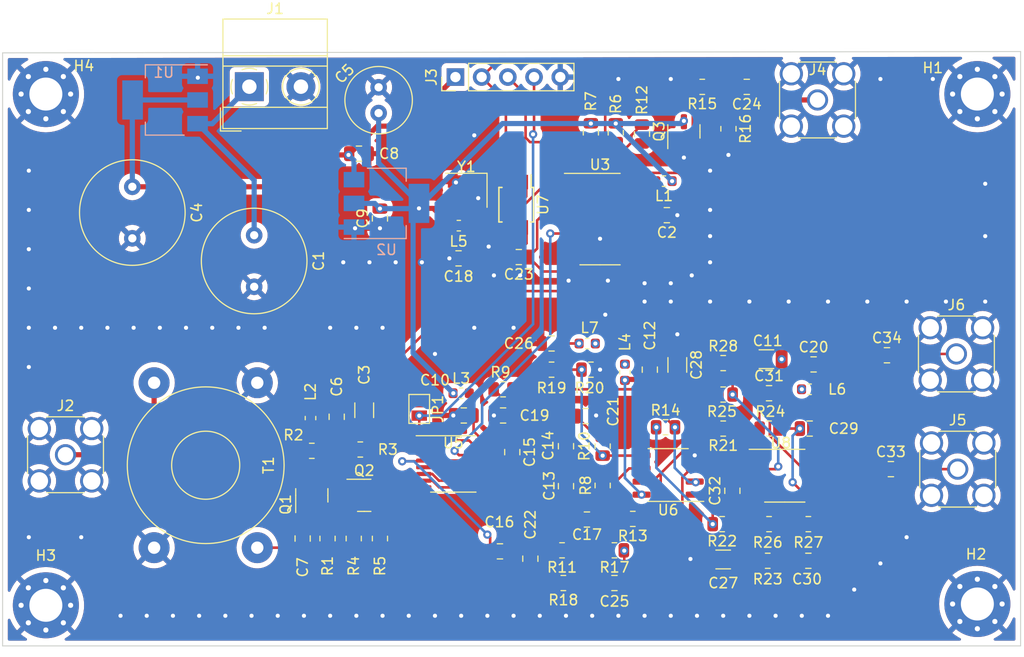
<source format=kicad_pcb>
(kicad_pcb (version 20211014) (generator pcbnew)
  (layers (0 "F.Cu" signal) (1 "In1.Cu" power) (2 "In2.Cu" signal) (31 "B.Cu" power) (34 "B.Paste" user) (35 "F.Paste" user) (36 "B.SilkS" user "B.Silkscreen") (37 "F.SilkS" user "F.Silkscreen") (38 "B.Mask" user) (39 "F.Mask" user) (44 "Edge.Cuts" user))
  (net 0 "")
  (net 1 "GND")
  (net 2 "Net-(C3-Pad2)")
  (net 3 "Net-(C2-Pad2)")
  (net 4 "+5V")
  (net 5 "+3V3")
  (net 6 "Net-(C7-Pad1)")
  (net 7 "Net-(C7-Pad2)")
  (net 8 "+12V")
  (net 9 "Net-(C13-Pad1)")
  (net 10 "Net-(C13-Pad2)")
  (net 11 "Net-(C14-Pad1)")
  (net 12 "Net-(C14-Pad2)")
  (net 13 "Net-(C15-Pad1)")
  (net 14 "Net-(C15-Pad2)")
  (net 15 "Net-(C16-Pad1)")
  (net 16 "Net-(C16-Pad2)")
  (net 17 "Clock")
  (net 18 "Net-(C10-Pad2)")
  (net 19 "Net-(C23-Pad2)")
  (net 20 "+12C")
  (net 21 "Net-(C27-Pad2)")
  (net 22 "Net-(C28-Pad2)")
  (net 23 "Net-(C29-Pad2)")
  (net 24 "Net-(C18-Pad2)")
  (net 25 "Net-(C30-Pad2)")
  (net 26 "Net-(C31-Pad1)")
  (net 27 "Net-(C31-Pad2)")
  (net 28 "Net-(C32-Pad2)")
  (net 29 "Net-(C33-Pad2)")
  (net 30 "Net-(J2-Pad1)")
  (net 31 "SDA")
  (net 32 "SCL")
  (net 33 "RX-TX")
  (net 34 "Net-(C24-Pad1)")
  (net 35 "Net-(C32-Pad1)")
  (net 36 "Net-(Q1-Pad2)")
  (net 37 "Net-(Q1-Pad3)")
  (net 38 "Net-(Q2-Pad2)")
  (net 39 "Net-(R12-Pad2)")
  (net 40 "Net-(R13-Pad2)")
  (net 41 "Net-(R10-Pad1)")
  (net 42 "Net-(R11-Pad1)")
  (net 43 "Net-(C34-Pad2)")
  (net 44 "Net-(R13-Pad1)")
  (net 45 "Net-(Q3-Pad1)")
  (net 46 "Net-(Q3-Pad2)")
  (net 47 "Net-(U3-Pad2)")
  (net 48 "Net-(U3-Pad5)")
  (net 49 "Net-(U3-Pad12)")
  (net 50 "Net-(U3-Pad8)")
  (net 51 "Net-(R14-Pad2)")
  (net 52 "Net-(R14-Pad1)")
  (net 53 "Net-(R23-Pad2)")
  (net 54 "+12P")
  (net 55 "Net-(C24-Pad2)")
  (net 56 "Net-(C25-Pad2)")
  (net 57 "Net-(R25-Pad2)")
  (net 58 "Net-(U7-Pad2)")
  (net 59 "Net-(U7-Pad3)")
  (footprint "Capacitor_SMD:C_0805_2012Metric" (layer "F.Cu") (at 53.213 110.617 90)
    (fp_text reference "C7")
    (fp_text value "C")
  )
  (footprint "Resistor_SMD:R_0805_2012Metric" (layer "F.Cu") (at 77.343 94.234)
    (fp_text reference "R19")
    (fp_text value "10k")
  )
  (footprint "Capacitor_SMD:C_1206_3216Metric" (layer "F.Cu") (at 98.171 93.218 180)
    (fp_text reference "C11")
    (fp_text value "10u")
  )
  (footprint "Capacitor_SMD:C_1206_3216Metric" (layer "F.Cu") (at 59.182 98.171 -90)
    (fp_text reference "C3")
    (fp_text value "10u")
  )
  (footprint "Package_TO_SOT_SMD:SOT-23" (layer "F.Cu") (at 90.17 71.12 90)
    (fp_text reference "Q3")
    (fp_text value "BFR92")
  )
  (footprint "Resistor_SMD:R_0805_2012Metric" (layer "F.Cu") (at 58.801 101.981)
    (fp_text reference "R3")
    (fp_text value "510")
  )
  (footprint "Resistor_SMD:R_0805_2012Metric" (layer "F.Cu") (at 78.486 114.935 180)
    (fp_text reference "R18")
    (fp_text value "10k")
  )
  (footprint "Capacitor_SMD:C_0805_2012Metric" (layer "F.Cu") (at 68.834 98.679)
    (fp_text reference "C10")
    (fp_text value "100n")
  )
  (footprint "Capacitor_SMD:C_0805_2012Metric" (layer "F.Cu") (at 102.743 93.726)
    (fp_text reference "C20")
    (fp_text value "100n")
  )
  (footprint "Capacitor_SMD:C_0805_2012Metric" (layer "F.Cu") (at 98.425 96.52)
    (fp_text reference "C31")
    (fp_text value "68p")
  )
  (footprint "Capacitor_SMD:C_0805_2012Metric" (layer "F.Cu") (at 88.519 79.248 180)
    (fp_text reference "C2")
    (fp_text value "100n")
  )
  (footprint "Package_SO:MSOP-10_3x3mm_P0.5mm" (layer "F.Cu") (at 73.914 78.232 -90)
    (fp_text reference "U7")
    (fp_text value "Si5351A-B-GT")
  )
  (footprint "Package_TO_SOT_SMD:SOT-23" (layer "F.Cu") (at 54.102 106.426 90)
    (fp_text reference "Q1")
    (fp_text value "2N3904_SOT23")
  )
  (footprint "Connector_Coaxial:SMA_Amphenol_132134_Vertical" (layer "F.Cu") (at 116.586 92.71)
    (fp_text reference "J6")
    (fp_text value "Q")
  )
  (footprint "MountingHole:MountingHole_3.2mm_M3_Pad_Via" (layer "F.Cu") (at 118.618 67.5)
    (fp_text reference "H1")
    (fp_text value " ")
  )
  (footprint "Capacitor_SMD:C_0805_2012Metric" (layer "F.Cu") (at 68.326 83.439)
    (fp_text reference "C18")
    (fp_text value "100n")
  )
  (footprint "Inductor_SMD:L_0603_1608Metric" (layer "F.Cu") (at 102.362 96.139)
    (fp_text reference "L6")
    (fp_text value "L")
  )
  (footprint "Capacitor_SMD:C_0805_2012Metric" (layer "F.Cu") (at 73.533 102.235 -90)
    (fp_text reference "C15")
    (fp_text value "10n")
  )
  (footprint "Jumper:SolderJumper-2_P1.3mm_Open_Pad1.0x1.5mm" (layer "F.Cu") (at 64.516 98.044 -90)
    (fp_text reference "JP1")
    (fp_text value "RX")
  )
  (footprint "Capacitor_SMD:C_0805_2012Metric" (layer "F.Cu") (at 80.645 98.74 180)
    (fp_text reference "C21")
    (fp_text value "10n")
  )
  (footprint "Capacitor_SMD:C_1206_3216Metric" (layer "F.Cu") (at 89.535 93.775 -90)
    (fp_text reference "C28")
    (fp_text value "10u")
  )
  (footprint "Capacitor_SMD:C_0805_2012Metric" (layer "F.Cu") (at 58.674 73.279 180)
    (fp_text reference "C8")
    (fp_text value "100n")
  )
  (footprint "Resistor_SMD:R_0805_2012Metric" (layer "F.Cu") (at 93.8765 109.22 180)
    (fp_text reference "R22")
    (fp_text value "5.1k")
  )
  (footprint "Resistor_SMD:R_0805_2012Metric" (layer "F.Cu") (at 98.425 99.949 180)
    (fp_text reference "R24")
    (fp_text value "5.1k")
  )
  (footprint "Connector_Coaxial:SMA_Amphenol_132134_Vertical" (layer "F.Cu") (at 103.124 68.072)
    (fp_text reference "J4")
    (fp_text value "Clock out")
  )
  (footprint "Resistor_SMD:R_0805_2012Metric" (layer "F.Cu") (at 81.153 71.247 -90)
    (fp_text reference "R7")
    (fp_text value "2k2")
  )
  (footprint "Capacitor_SMD:C_0805_2012Metric" (layer "F.Cu") (at 83.439 114.935)
    (fp_text reference "C25")
    (fp_text value "100n")
  )
  (footprint "Resistor_SMD:R_0805_2012Metric" (layer "F.Cu") (at 85.217 108.712 180)
    (fp_text reference "R13")
    (fp_text value "2k")
  )
  (footprint "Inductor_SMD:L_0603_1608Metric" (layer "F.Cu") (at 84.455 94.488 -90)
    (fp_text reference "L4")
    (fp_text value "L")
  )
  (footprint "Inductor_SMD:L_0603_1608Metric" (layer "F.Cu") (at 80.8 91.7 180)
    (fp_text reference "L7")
    (fp_text value "L")
  )
  (footprint "Capacitor_SMD:C_0805_2012Metric" (layer "F.Cu") (at 78.74 105.537 -90)
    (fp_text reference "C13")
    (fp_text value "10n")
  )
  (footprint "Resistor_SMD:R_0805_2012Metric" (layer "F.Cu") (at 82.296 101.661 90)
    (fp_text reference "R10")
    (fp_text value "100")
  )
  (footprint "Connector_Coaxial:SMA_Amphenol_132134_Vertical" (layer "F.Cu") (at 30.226 102.489)
    (fp_text reference "J2")
    (fp_text value "Conn_Coaxial")
  )
  (footprint "Resistor_SMD:R_0805_2012Metric" (layer "F.Cu") (at 102.235 109.22)
    (fp_text reference "R27")
    (fp_text value "5.1k")
  )
  (footprint "Connector_Coaxial:SMA_Amphenol_132134_Vertical" (layer "F.Cu") (at 116.713 103.886)
    (fp_text reference "J5")
    (fp_text value "I")
  )
  (footprint "Resistor_SMD:R_0805_2012Metric" (layer "F.Cu") (at 86.106 71.374 90)
    (fp_text reference "R12")
    (fp_text value "1k")
  )
  (footprint "Resistor_SMD:R_0805_2012Metric" (layer "F.Cu") (at 94.488 70.866 -90)
    (fp_text reference "R16")
    (fp_text value "68")
  )
  (footprint "Capacitor_SMD:C_0805_2012Metric" (layer "F.Cu") (at 109.855 92.837)
    (fp_text reference "C34")
    (fp_text value "10n")
  )
  (footprint "Resistor_SMD:R_0805_2012Metric" (layer "F.Cu") (at 93.98 96.647)
    (fp_text reference "R25")
    (fp_text value "5.1k")
  )
  (footprint "Resistor_SMD:R_0805_2012Metric" (layer "F.Cu") (at 93.98 93.599)
    (fp_text reference "R28")
    (fp_text value "5.1k")
  )
  (footprint "Resistor_SMD:R_0805_2012Metric" (layer "F.Cu") (at 98.298 112.776)
    (fp_text reference "R23")
    (fp_text value "5.1k")
  )
  (footprint "Capacitor_SMD:C_0805_2012Metric" (layer "F.Cu") (at 80.772 108.773)
    (fp_text reference "C17")
    (fp_text value "10n")
  )
  (footprint "Inductor_SMD:L_0603_1608Metric" (layer "F.Cu") (at 53.975 98.933 -90)
    (fp_text reference "L2")
    (fp_text value "L")
  )
  (footprint "Capacitor_SMD:C_0805_2012Metric" (layer "F.Cu") (at 75.2856 112.5728 90)
    (fp_text reference "C22")
    (fp_text value "10n")
  )
  (footprint "Capacitor_THT:C_Radial_D6.3mm_H5.0mm_P2.50mm" (layer "F.Cu") (at 60.579 69.342 90)
    (fp_text reference "C5")
    (fp_text value "10u")
  )
  (footprint "MountingHole:MountingHole_3.2mm_M3_Pad_Via" (layer "F.Cu") (at 28.321 67.5)
    (fp_text reference "H4")
    (fp_text value " ")
  )
  (footprint "Package_SO:TSSOP-16_4.4x5mm_P0.65mm" (layer "F.Cu") (at 67.818 103.378)
    (fp_text reference "U5")
    (fp_text value "SN74CBT3253")
  )
  (footprint "Package_SO:SO-14_3.9x8.65mm_P1.27mm" (layer "F.Cu") (at 82.042 79.629)
    (fp_text reference "U3")
    (fp_text value "74HC74")
  )
  (footprint "Resistor_SMD:R_0805_2012Metric" (layer "F.Cu") (at 54.102 102.108)
    (fp_text reference "R2")
    (fp_text value "390")
  )
  (footprint "Resistor_SMD:R_0805_2012Metric" (layer "F.Cu") (at 78.359 111.76 180)
    (fp_text reference "R11")
    (fp_text value "100")
  )
  (footprint "Resistor_SMD:R_0805_2012Metric" (layer "F.Cu") (at 98.425 109.22 180)
    (fp_text reference "R26")
    (fp_text value "5.1k")
  )
  (footprint "TerminalBlock_MetzConnect:TerminalBlock_MetzConnect_Type011_RT05502HBWC_1x02_P5.00mm_Horizontal" (layer "F.Cu") (at 48.046 66.782)
    (fp_text reference "J1")
    (fp_text value "Power")
  )
  (footprint "Resistor_SMD:R_0805_2012Metric" (layer "F.Cu") (at 58.166 110.617 90)
    (fp_text reference "R4")
    (fp_text value "68")
  )
  (footprint "Transformer_THT:Transformer_Toroid_Horizontal_D14.0mm_Amidon-T50" (layer "F.Cu") (at 38.815 95.505 -90)
    (fp_text reference "T1")
    (fp_text value "Transformer_1P_1S")
  )
  (footprint "Capacitor_THT:C_Radial_D10.0mm_H12.5mm_P5.00mm" (layer "F.Cu") (at 36.703 76.494 -90)
    (fp_text reference "C4")
    (fp_text value "10u")
  )
  (footprint "Crystal:Crystal_SMD_3225-4Pin_3.2x2.5mm" (layer "F.Cu") (at 69.088 76.835 180)
    (fp_text reference "Y1")
    (fp_text value "Crystal_GND24_Small")
  )
  (footprint "Capacitor_SMD:C_0805_2012Metric" (layer "F.Cu") (at 78.74 101.661 -90)
    (fp_text reference "C14")
    (fp_text value "10n")
  )
  (footprint "Capacitor_SMD:C_0805_2012Metric" (layer "F.Cu") (at 110.236 103.886)
    (fp_text reference "C33")
    (fp_text value "10n")
  )
  (footprint "Capacitor_SMD:C_1206_3216Metric" (layer "F.Cu") (at 93.98 112.649)
    (fp_text reference "C27")
    (fp_text value "10u")
  )
  (footprint "Capacitor_SMD:C_0805_2012Metric" (layer "F.Cu") (at 74.168 83.312 180)
    (fp_text reference "C23")
    (fp_text value "100n")
  )
  (footprint "Capacitor_SMD:C_0805_2012Metric" (layer "F.Cu") (at 72.3392 111.8616 180)
    (fp_text reference "C16")
    (fp_text value "10n")
  )
  (footprint "Package_SO:SO-8_3.9x4.9mm_P1.27mm" (layer "F.Cu") (at 99.949 104.521)
    (fp_text reference "U8")
    (fp_text value "MC33078")
  )
  (footprint "Resistor_SMD:R_0805_2012Metric" (layer "F.Cu") (at 72.644 96.139 180)
    (fp_text reference "R9")
    (fp_text value "100")
  )
  (footprint "Capacitor_SMD:C_0805_2012Metric" (layer "F.Cu") (at 86.868 94.234 -90)
    (fp_text reference "C12")
    (fp_text value "100n")
  )
  (footprint "Resistor_SMD:R_0805_2012Metric" (layer "F.Cu") (at 82.296 105.471 90)
    (fp_text reference "R8")
    (fp_text value "100")
  )
  (footprint "Resistor_SMD:R_0805_2012Metric" (layer "F.Cu") (at 93.98 99.949 180)
    (fp_text reference "R21")
    (fp_text value "5.1k")
  )
  (footprint "Inductor_SMD:L_0603_1608Metric" (layer "F.Cu") (at 68.58 96.52)
    (fp_text reference "L3")
    (fp_text value "L")
  )
  (footprint "Resistor_SMD:R_0805_2012Metric" (layer "F.Cu") (at 81.153 94.234)
    (fp_text reference "R20")
    (fp_text value "10k")
  )
  (footprint "Capacitor_SMD:C_0805_2012Metric" (layer "F.Cu") (at 60.706 79.563 90)
    (fp_text reference "C9")
    (fp_text value "100n")
  )
  (footprint "Resistor_SMD:R_0805_2012Metric" (layer "F.Cu") (at 88.392 99.822)
    (fp_text reference "R14")
    (fp_text value "2k")
  )
  (footprint "Capacitor_SMD:C_0805_2012Metric" (layer "F.Cu") (at 102.235 112.776 180)
    (fp_text reference "C30")
    (fp_text value "68p")
  )
  (footprint "Capacitor_SMD:C_0805_2012Metric" (layer "F.Cu") (at 96.266 66.802 180)
    (fp_text reference "C24")
    (fp_text value "100n")
  )
  (footprint "Package_SO:SO-8_3.9x4.9mm_P1.27mm" (layer "F.Cu") (at 88.646 104.455 180)
    (fp_text reference "U6")
    (fp_text value "MC33078")
  )
  (footprint "Capacitor_SMD:C_0805_2012Metric" (layer "F.Cu") (at 56.515 98.806 -90)
    (fp_text reference "C6")
    (fp_text value "100n")
  )
  (footprint "Resistor_SMD:R_0805_2012Metric" (layer "F.Cu") (at 55.626 110.617 -90)
    (fp_text reference "R1")
    (fp_text value "5k6")
  )
  (footprint "Connector_PinHeader_2.54mm:PinHeader_1x05_P2.54mm_Vertical" (layer "F.Cu") (at 68.025 65.85 90)
    (fp_text reference "J3")
    (fp_text value "I2C")
  )
  (footprint "Resistor_SMD:R_0805_2012Metric" (layer "F.Cu") (at 83.439 111.76 180)
    (fp_text reference "R17")
    (fp_text value "10k")
  )
  (footprint "Resistor_SMD:R_0805_2012Metric" (layer "F.Cu") (at 83.566 71.247 -90)
    (fp_text reference "R6")
    (fp_text value "2k2")
  )
  (footprint "Capacitor_SMD:C_0805_2012Metric" (layer "F.Cu") (at 72.644 98.679)
    (fp_text reference "C19")
    (fp_text value "10n")
  )
  (footprint "Capacitor_SMD:C_0805_2012Metric" (layer "F.Cu") (at 77.343 91.694)
    (fp_text reference "C26")
    (fp_text value "100n")
  )
  (footprint "Resistor_SMD:R_0805_2012Metric" (layer "F.Cu") (at 91.948 66.802 180)
    (fp_text reference "R15")
    (fp_text value "200")
  )
  (footprint "MountingHole:MountingHole_3.2mm_M3_Pad_Via" (layer "F.Cu") (at 118.618 116.967)
    (fp_text reference "H2")
    (fp_text value " ")
  )
  (footprint "Capacitor_THT:C_Radial_D10.0mm_H12.5mm_P5.00mm" (layer "F.Cu") (at 48.514 81.193 -90)
    (fp_text reference "C1")
    (fp_text value "10u")
  )
  (footprint "Resistor_SMD:R_0805_2012Metric" (layer "F.Cu") (at 60.706 110.617 90)
    (fp_text reference "R5")
    (fp_text value "200")
  )
  (footprint "Package_TO_SOT_SMD:SOT-23" (layer "F.Cu") (at 59.182 106.426)
    (fp_text reference "Q2")
    (fp_text value "2N3904_SOT23")
  )
  (footprint "Capacitor_SMD:C_0805_2012Metric" (layer "F.Cu") (at 94.869 105.984 90)
    (fp_text reference "C32")
    (fp_text value "68p")
  )
  (footprint "MountingHole:MountingHole_3.2mm_M3_Pad_Via" (layer "F.Cu") (at 28.321 117.094)
    (fp_text reference "H3")
    (fp_text value " ")
  )
  (footprint "Inductor_SMD:L_0603_1608Metric" (layer "F.Cu") (at 88.2395 75.946 180)
    (fp_text reference "L1")
    (fp_text value "L")
  )
  (footprint "Inductor_SMD:L_0603_1608Metric" (layer "F.Cu") (at 68.3515 80.264)
    (fp_text reference "L5")
    (fp_text value "L")
  )
  (footprint "Capacitor_SMD:C_0805_2012Metric" (layer "F.Cu") (at 102.362 99.949 180)
    (fp_text reference "C29")
    (fp_text value "68p")
  )
  (footprint "Package_TO_SOT_SMD:SOT-223-3_TabPin2" (layer "B.Cu") (at 61.341 78.105)
    (fp_text reference "U2")
    (fp_text value "LM1117-3.3")
  )
  (footprint "Package_TO_SOT_SMD:SOT-223-3_TabPin2" (layer "B.Cu") (at 39.878 68.072 180)
    (fp_text reference "U1")
    (fp_text value "LM1117-5.0")
  )
  (gr_line (start 24.13 121.031) (end 122.809 121.031) (layer "Edge.Cuts") (width 0.1))
  (gr_line (start 122.809 121.031) (end 122.809 63.373) (layer "Edge.Cuts") (width 0.1))
  (gr_line (start 122.809 63.373) (end 24.13 63.5) (layer "Edge.Cuts") (width 0.1))
  (gr_line (start 24.13 63.5) (end 24.13 121.031) (layer "Edge.Cuts") (width 0.1))
  (segment (start 73.914 81.407718) (end 73.059238 82.26248) (width 0.25) (layer "F.Cu") (net 1))
  (segment (start 94.107 106.045) (end 96.993 106.045) (width 0.25) (layer "F.Cu") (net 1))
  (segment (start 93.81948 105.75748) (end 94.107 106.045) (width 0.25) (layer "F.Cu") (net 1))
  (segment (start 79.567 83.439) (end 80.137 83.439) (width 0.25) (layer "F.Cu") (net 1))
  (segment (start 73.059238 82.26248) (end 71.28052 82.26248) (width 0.25) (layer "F.Cu") (net 1))
  (segment (start 96.993 106.045) (end 97.374 106.426) (width 0.25) (layer "F.Cu") (net 1))
  (segment (start 91.221 102.55) (end 91.497072 102.55) (width 0.25) (layer "F.Cu") (net 1))
  (segment (start 91.497072 102.55) (end 93.81948 104.872408) (width 0.25) (layer "F.Cu") (net 1))
  (segment (start 89.535 92.3) (end 89.535 90.805) (width 0.25) (layer "F.Cu") (net 1))
  (segment (start 92.505 112.649) (end 90.854 112.649) (width 0.25) (layer "F.Cu") (net 1))
  (segment (start 71.28052 82.26248) (end 71.247 82.296) (width 0.25) (layer "F.Cu") (net 1))
  (segment (start 73.914 80.432) (end 73.914 81.407718) (width 0.25) (layer "F.Cu") (net 1))
  (segment (start 76.4305 91.7315) (end 76.393 91.694) (width 0.25) (layer "F.Cu") (net 1))
  (segment (start 90.854 112.649) (end 90.805 112.6) (width 0.25) (layer "F.Cu") (net 1))
  (segment (start 80.137 83.439) (end 82.042 81.534) (width 0.25) (layer "F.Cu") (net 1))
  (segment (start 94.488 73.406) (end 94.488 71.7785) (width 0.25) (layer "F.Cu") (net 1))
  (segment (start 93.81948 104.872408) (end 93.81948 105.75748) (width 0.25) (layer "F.Cu") (net 1))
  (via (at 83.82 66.04) (size 0.8) (drill 0.4) (layers "F.Cu" "B.Cu") (net 1))
  (via (at 109.22 66.04) (size 0.8) (drill 0.4) (layers "F.Cu" "B.Cu") (net 1))
  (via (at 73.66 118.11) (size 0.8) (drill 0.4) (layers "F.Cu" "B.Cu") (net 1))
  (via (at 109.22 113.03) (size 0.8) (drill 0.4) (layers "F.Cu" "B.Cu") (net 1))
  (via (at 90.805 112.6) (size 0.8) (drill 0.4) (layers "F.Cu" "B.Cu") (net 1))
  (via (at 119.38 87.63) (size 0.8) (drill 0.4) (layers "F.Cu" "B.Cu") (net 1))
  (via (at 38.1 118.11) (size 0.8) (drill 0.4) (layers "F.Cu" "B.Cu") (net 1))
  (via (at 68.58 118.11) (size 0.8) (drill 0.4) (layers "F.Cu" "B.Cu") (net 1))
  (via (at 62.23 83.82) (size 0.8) (drill 0.4) (layers "F.Cu" "B.Cu") (net 1))
  (via (at 96.52 87.63) (size 0.8) (drill 0.4) (layers "F.Cu" "B.Cu") (net 1))
  (via (at 26.67 86.36) (size 0.8) (drill 0.4) (layers "F.Cu" "B.Cu") (net 1))
  (via (at 34.29 90.17) (size 0.8) (drill 0.4) (layers "F.Cu" "B.Cu") (net 1))
  (via (at 76.2 118.11) (size 0.8) (drill 0.4) (layers "F.Cu" "B.Cu") (net 1))
  (via (at 69.85 90.17) (size 0.8) (drill 0.4) (layers "F.Cu" "B.Cu") (net 1))
  (via (at 71.755 85.09) (size 0.8) (drill 0.4) (layers "F.Cu" "B.Cu") (net 1))
  (via (at 107.95 87.63) (size 0.8) (drill 0.4) (layers "F.Cu" "B.Cu") (net 1))
  (via (at 60.96 90.17) (size 0.8) (drill 0.4) (layers "F.Cu" "B.Cu") (net 1))
  (via (at 48.26 118.11) (size 0.8) (drill 0.4) (layers "F.Cu" "B.Cu") (net 1))
  (via (at 55.88 118.11) (size 0.8) (drill 0.4) (layers "F.Cu" "B.Cu") (net 1))
  (via (at 81.661 98.679) (size 0.8) (drill 0.4) (layers "F.Cu" "B.Cu") (net 1))
  (via (at 29.21 90.17) (size 0.8) (drill 0.4) (layers "F.Cu" "B.Cu") (net 1))
  (via (at 115.57 87.63) (size 0.8) (drill 0.4) (layers "F.Cu" "B.Cu") (net 1))
  (via (at 88.9 85.852) (size 0.8) (drill 0.4) (layers "F.Cu" "B.Cu") (net 1))
  (via (at 82.55 88.9) (size 0.8) (drill 0.4) (layers "F.Cu" "B.Cu") (net 1))
  (via (at 92.71 83.82) (size 0.8) (drill 0.4) (layers "F.Cu" "B.Cu") (net 1))
  (via (at 73.66 90.17) (size 0.8) (drill 0.4) (layers "F.Cu" "B.Cu") (net 1))
  (via (at 46.99 90.17) (size 0.8) (drill 0.4) (layers "F.Cu" "B.Cu") (net 1))
  (via (at 64.77 83.82) (size 0.8) (drill 0.4) (layers "F.Cu" "B.Cu") (net 1))
  (via (at 69.85 71.501) (size 0.8) (drill 0.4) (layers "F.Cu" "B.Cu") (net 1))
  (via (at 59.69 83.82) (size 0.8) (drill 0.4) (layers "F.Cu" "B.Cu") (net 1))
  (via (at 44.45 90.17) (size 0.8) (drill 0.4) (layers "F.Cu" "B.Cu") (net 1))
  (via (at 88.9 66.04) (size 0.8) (drill 0.4) (layers "F.Cu" "B.Cu") (net 1))
  (via (at 31.75 110.49) (size 0.8) (drill 0.4) (layers "F.Cu" "B.Cu") (net 1))
  (via (at 111.76 110.49) (size 0.8) (drill 0.4) (layers "F.Cu" "B.Cu") (net 1))
  (via (at 89.535 79.248) (size 0.8) (drill 0.4) (layers "F.Cu" "B.Cu") (net 1))
  (via (at 74.295 85.09) (size 0.8) (drill 0.4) (layers "F.Cu" "B.Cu") (net 1))
  (via (at 82.804 85.598) (size 0.8) (drill 0.4) (layers "F.Cu" "B.Cu") (net 1))
  (via (at 67.818 98.679) (size 0.8) (drill 0.4) (layers "F.Cu" "B.Cu") (net 1))
  (via (at 92.71 81.28) (size 0.8) (drill 0.4) (layers "F.Cu" "B.Cu") (net 1))
  (via (at 50.8 118.11) (size 0.8) (drill 0.4) (layers "F.Cu" "B.Cu") (net 1))
  (via (at 92.71 87.63) (size 0.8) (drill 0.4) (layers "F.Cu" "B.Cu") (net 1))
  (via (at 67.437 83.439) (size 0.8) (drill 0.4) (layers "F.Cu" "B.Cu") (net 1))
  (via (at 111.76 87.63) (size 0.8) (drill 0.4) (layers "F.Cu" "B.Cu") (net 1))
  (via (at 78.994 85.598) (size 0.8) (drill 0.4) (layers "F.Cu" "B.Cu") (net 1))
  (via (at 41.91 90.17) (size 0.8) (drill 0.4) (layers "F.Cu" "B.Cu") (net 1))
  (via (at 66.04 118.11) (size 0.8) (drill 0.4) (layers "F.Cu" "B.Cu") (net 1))
  (via (at 91.221 102.55) (size 0.8) (drill 0.4) (layers "F.Cu" "B.Cu") (net 1))
  (via (at 40.64 118.11) (size 0.8) (drill 0.4) (layers "F.Cu" "B.Cu") (net 1))
  (via (at 101.6 118.11) (size 0.8) (drill 0.4) (layers "F.Cu" "B.Cu") (net 1))
  (via (at 82.042 94.234) (size 0.8) (drill 0.4) (layers "F.Cu" "B.Cu") (net 1))
  (via (at 78.74 118.11) (size 0.8) (drill 0.4) (layers "F.Cu" "B.Cu") (net 1))
  (via (at 26.67 78.74) (size 0.8) (drill 0.4) (layers "F.Cu" "B.Cu") (net 1))
  (via (at 96.52 118.11) (size 0.8) (drill 0.4) (layers "F.Cu" "B.Cu") (net 1))
  (via (at 89.535 90.805) (size 0.8) (drill 0.4) (layers "F.Cu" "B.Cu") (net 1))
  (via (at 45.72 118.11) (size 0.8) (drill 0.4) (layers "F.Cu" "B.Cu") (net 1))
  (via (at 26.67 82.55) (size 0.8) (drill 0.4) (layers "F.Cu" "B.Cu") (net 1))
  (via (at 81.28 118.11) (size 0.8) (drill 0.4) (layers "F.Cu" "B.Cu") (net 1))
  (via (at 70.231 77.597) (size 0.8) (drill 0.4) (layers "F.Cu" "B.Cu") (net 1))
  (via (at 26.67 74.93) (size 0.8) (drill 0.4) (layers "F.Cu" "B.Cu") (net 1))
  (via (at 119.38 81.28) (size 0.8) (drill 0.4) (layers "F.Cu" "B.Cu") (net 1))
  (via (at 71.12 118.11) (size 0.8) (drill 0.4) (layers "F.Cu" "B.Cu") (net 1))
  (via (at 39.37 90.17) (size 0.8) (drill 0.4) (layers "F.Cu" "B.Cu") (net 1))
  (via (at 86.36 118.11) (size 0.8) (drill 0.4) (layers "F.Cu" "B.Cu") (net 1))
  (via (at 49.53 90.17) (size 0.8) (drill 0.4) (layers "F.Cu" "B.Cu") (net 1))
  (via (at 31.75 90.17) (size 0.8) (drill 0.4) (layers "F.Cu" "B.Cu") (net 1))
  (via (at 92.71 74.93) (size 0.8) (drill 0.4) (layers "F.Cu" "B.Cu") (net 1))
  (via (at 86.36 87.63) (size 0.8) (drill 0.4) (layers "F.Cu" "B.Cu") (net 1))
  (via (at 88.9 87.63) (size 0.8) (drill 0.4) (layers "F.Cu" "B.Cu") (net 1))
  (via (at 68.072 76.073) (size 0.8) (drill 0.4) (layers "F.Cu" "B.Cu") (net 1))
  (via (at 60.96 118.11) (size 0.8) (drill 0.4) (layers "F.Cu" "B.Cu") (net 1))
  (via (at 58.42 90.17) (size 0.8) (drill 0.4) (layers "F.Cu" "B.Cu") (net 1))
  (via (at 36.83 90.17) (size 0.8) (drill 0.4) (layers "F.Cu" "B.Cu") (net 1))
  (via (at 90.932 85.09) (size 0.8) (drill 0.4) (layers "F.Cu" "B.Cu") (net 1))
  (via (at 88.9 118.11) (size 0.8) (drill 0.4) (layers "F.Cu" "B.Cu") (net 1))
  (via (at 94.488 73.406) (size 0.8) (drill 0.4) (layers "F.Cu" "B.Cu") (net 1))
  (via (at 92.71 78.74) (size 0.8) (drill 0.4) (layers "F.Cu" "B.Cu") (net 1))
  (via (at 35.56 118.11) (size 0.8) (drill 0.4) (layers "F.Cu" "B.Cu") (net 1))
  (via (at 71.755 98.679) (size 0.8) (drill 0.4) (layers "F.Cu" "B.Cu") (net 1))
  (via (at 114.3 66.04) (size 0.8) (drill 0.4) (layers "F.Cu" "B.Cu") (net 1))
  (via (at 91.44 118.11) (size 0.8) (drill 0.4) (layers "F.Cu" "B.Cu") (net 1))
  (via (at 66.04 92.71) (size 0.8) (drill 0.4) (layers "F.Cu" "B.Cu") (net 1))
  (via (at 26.67 90.17) (size 0.8) (drill 0.4) (layers "F.Cu" "B.Cu") (net 1))
  (via (at 58.293 80.518) (size 0.8) (drill 0.4) (layers "F.Cu" "B.Cu") (net 1))
  (via (at 60.706 80.518) (size 0.8) (drill 0.4) (layers "F.Cu" "B.Cu") (net 1))
  (via (at 55.88 90.17) (size 0.8) (drill 0.4) (layers "F.Cu" "B.Cu") (net 1))
  (via (at 90.17 73.66) (size 0.8) (drill 0.4) (layers "F.Cu" "B.Cu") (net 1))
  (via (at 26.67 110.49) (size 0.8) (drill 0.4) (layers "F.Cu" "B.Cu") (net 1))
  (via (at 100.33 87.63) (size 0.8) (drill 0.4) (layers "F.Cu" "B.Cu") (net 1))
  (via (at 106.68 115.57) (size 0.8) (drill 0.4) (layers "F.Cu" "B.Cu") (net 1))
  (via (at 26.67 93.98) (size 0.8) (drill 0.4) (layers "F.Cu" "B.Cu") (net 1))
  (via (at 63.5 118.11) (size 0.8) (drill 0.4) (layers "F.Cu" "B.Cu") (net 1))
  (via (at 57.15 83.82) (size 0.8) (drill 0.4) (layers "F.Cu" "B.Cu") (net 1))
  (via (at 104.14 87.63) (size 0.8) (drill 0.4) (layers "F.Cu" "B.Cu") (net 1))
  (via (at 119.38 76.2) (size 0.8) (drill 0.4) (layers "F.Cu" "B.Cu") (net 1))
  (via (at 58.42 118.11) (size 0.8) (drill 0.4) (layers "F.Cu" "B.Cu") (net 1))
  (via (at 82.042 81.534) (size 0.8) (drill 0.4) (layers "F.Cu" "B.Cu") (net 1))
  (via (at 86.36 85.852) (size 0.8) (drill 0.4) (layers "F.Cu" "B.Cu") (net 1))
  (via (at 43.053 65.913) (size 0.8) (drill 0.4) (layers "F.Cu" "B.Cu") (net 1))
  (via (at 53.34 118.11) (size 0.8) (drill 0.4) (layers "F.Cu" "B.Cu") (net 1))
  (via (at 99.06 118.11) (size 0.8) (drill 0.4) (layers "F.Cu" "B.Cu") (net 1))
  (via (at 43.18 118.11) (size 0.8) (drill 0.4) (layers "F.Cu" "B.Cu") (net 1))
  (via (at 71.247 82.296) (size 0.8) (drill 0.4) (layers "F.Cu" "B.Cu") (net 1))
  (via (at 83.82 118.11) (size 0.8) (drill 0.4) (layers "F.Cu" "B.Cu") (net 1))
  (via (at 93.98 118.11) (size 0.8) (drill 0.4) (layers "F.Cu" "B.Cu") (net 1))
  (via (at 104.14 118.11) (size 0.8) (drill 0.4) (layers "F.Cu" "B.Cu") (net 1))
  (segment (start 59.182 99.646) (end 54.0495 99.646) (width 0.25) (layer "F.Cu") (net 2))
  (segment (start 60.1195 106.426) (end 60.1195 102.387) (width 0.25) (layer "F.Cu") (net 2))
  (segment (start 60.1195 102.387) (end 59.7135 101.981) (width 0.25) (layer "F.Cu") (net 2))
  (segment (start 59.7135 101.981) (end 59.7135 100.1775) (width 0.25) (layer "F.Cu") (net 2))
  (segment (start 59.7135 100.1775) (end 59.182 99.646) (width 0.25) (layer "F.Cu") (net 2))
  (segment (start 54.0495 99.646) (end 53.975 99.7205) (width 0.25) (layer "F.Cu") (net 2))
  (segment (start 79.943072 79.629) (end 80.86652 78.705552) (width 0.25) (layer "F.Cu") (net 3))
  (segment (start 80.741 75.819) (end 79.567 75.819) (width 0.25) (layer "F.Cu") (net 3))
  (segment (start 79.567 79.629) (end 79.943072 79.629) (width 0.25) (layer "F.Cu") (net 3))
  (segment (start 85.918 80.899) (end 87.569 79.248) (width 0.25) (layer "F.Cu") (net 3))
  (segment (start 87.569 76.063) (end 87.452 75.946) (width 0.25) (layer "F.Cu") (net 3))
  (segment (start 79.567 75.819) (end 84.517 75.819) (width 0.25) (layer "F.Cu") (net 3))
  (segment (start 84.517 75.819) (end 84.517 77.089) (width 0.25) (layer "F.Cu") (net 3))
  (segment (start 84.644 75.946) (end 84.517 75.819) (width 0.25) (layer "F.Cu") (net 3))
  (segment (start 84.517 80.899) (end 85.918 80.899) (width 0.25) (layer "F.Cu") (net 3))
  (segment (start 87.569 79.248) (end 87.569 76.063) (width 0.25) (layer "F.Cu") (net 3))
  (segment (start 80.86652 78.705552) (end 80.86652 75.94452) (width 0.25) (layer "F.Cu") (net 3))
  (segment (start 87.452 75.946) (end 84.644 75.946) (width 0.25) (layer "F.Cu") (net 3))
  (segment (start 80.86652 75.94452) (end 80.741 75.819) (width 0.25) (layer "F.Cu") (net 3))
  (segment (start 57.658 73.406) (end 60.452 70.612) (width 0.5) (layer "F.Cu") (net 4))
  (segment (start 63.263 70.612) (end 68.025 65.85) (width 0.5) (layer "F.Cu") (net 4))
  (segment (start 53.086 97.2565) (end 53.086 75.113) (width 0.5) (layer "F.Cu") (net 4))
  (segment (start 60.452 70.612) (end 63.263 70.612) (width 0.5) (layer "F.Cu") (net 4))
  (segment (start 51.705 76.494) (end 54.793 73.406) (width 0.5) (layer "F.Cu") (net 4))
  (segment (start 53.086 75.113) (end 54.793 73.406) (width 0.5) (layer "F.Cu") (net 4))
  (segment (start 53.975 98.1455) (end 53.086 97.2565) (width 0.5) (layer "F.Cu") (net 4))
  (segment (start 54.793 73.406) (end 57.658 73.406) (width 0.5) (layer "F.Cu") (net 4))
  (segment (start 36.703 76.494) (end 51.705 76.494) (width 0.5) (layer "F.Cu") (net 4))
  (via (at 57.658 73.406) (size 0.8) (drill 0.4) (layers "F.Cu" "B.Cu") (net 4))
  (segment (start 36.728 68.072) (end 43.028 68.072) (width 0.5) (layer "B.Cu") (net 4))
  (segment (start 36.703 68.097) (end 36.728 68.072) (width 0.5) (layer "B.Cu") (net 4))
  (segment (start 43.028 68.072) (end 43.278 68.072) (width 0.5) (layer "B.Cu") (net 4))
  (segment (start 36.703 76.494) (end 36.703 68.097) (width 0.5) (layer "B.Cu") (net 4))
  (segment (start 58.191 75.805) (end 58.191 73.939) (width 0.5) (layer "B.Cu") (net 4))
  (segment (start 58.191 73.939) (end 57.658 73.406) (width 0.5) (layer "B.Cu") (net 4))
  (segment (start 65.888 78.588) (end 67.564 80.264) (width 0.5) (layer "F.Cu") (net 5))
  (segment (start 64.491 78.588) (end 65.888 78.588) (width 0.5) (layer "F.Cu") (net 5))
  (via (at 90.17 70.104) (size 0.8) (drill 0.4) (layers "F.Cu" "B.Cu") (net 5))
  (via (at 60.706 78.613) (size 0.8) (drill 0.4) (layers "F.Cu" "B.Cu") (net 5))
  (via (at 83.566 70.358) (size 0.8) (drill 0.4) (layers "F.Cu" "B.Cu") (net 5))
  (via (at 89.027 75.946) (size 0.8) (drill 0.4) (layers "F.Cu" "B.Cu") (net 5))
  (via (at 64.491 78.588) (size 0.8) (drill 0.4) (layers "F.Cu" "B.Cu") (net 5))
  (via (at 81.153 70.358) (size 0.8) (drill 0.4) (layers "F.Cu" "B.Cu") (net 5))
  (via (at 67.818 96.52) (size 0.8) (drill 0.4) (layers "F.Cu" "B.Cu") (net 5))
  (segment (start 83.566 70.485) (end 83.566 70.358) (width 0.5) (layer "B.Cu") (net 5))
  (segment (start 64.466 78.613) (end 64.491 78.588) (width 0.5) (layer "B.Cu") (net 5))
  (segment (start 89.916 70.358) (end 90.17 70.104) (width 0.5) (layer "B.Cu") (net 5))
  (segment (start 89.027 75.946) (end 83.566 70.485) (width 0.5) (layer "B.Cu") (net 5))
  (segment (start 83.566 70.358) (end 81.153 70.358) (width 0.5) (layer "B.Cu") (net 5))
  (segment (start 63.920489 78.675511) (end 64.491 78.105) (width 0.5) (layer "B.Cu") (net 5))
  (segment (start 60.198 78.105) (end 60.706 78.613) (width 0.5) (layer "B.Cu") (net 5))
  (segment (start 67.818 96.52) (end 63.920489 92.622489) (width 0.5) (layer "B.Cu") (net 5))
  (segment (start 60.579 74.193) (end 64.491 78.105) (width 0.5) (layer "B.Cu") (net 5))
  (segment (start 64.838609 78.105) (end 64.491 78.105) (width 0.5) (layer "B.Cu") (net 5))
  (segment (start 83.566 70.358) (end 89.916 70.358) (width 0.5) (layer "B.Cu") (net 5))
  (segment (start 58.191 78.105) (end 60.198 78.105) (width 0.5) (layer "B.Cu") (net 5))
  (segment (start 81.153 70.358) (end 72.585609 70.358) (width 0.5) (layer "B.Cu") (net 5))
  (segment (start 64.491 78.588) (end 64.491 78.105) (width 0.5) (layer "B.Cu") (net 5))
  (segment (start 72.585609 70.358) (end 64.838609 78.105) (width 0.5) (layer "B.Cu") (net 5))
  (segment (start 63.920489 92.622489) (end 63.920489 78.675511) (width 0.5) (layer "B.Cu") (net 5))
  (segment (start 60.706 78.613) (end 64.466 78.613) (width 0.5) (layer "B.Cu") (net 5))
  (segment (start 60.579 69.342) (end 60.579 74.193) (width 0.5) (layer "B.Cu") (net 5))
  (segment (start 53.151 111.505) (end 53.213 111.567) (width 0.25) (layer "F.Cu") (net 6))
  (segment (start 48.815 111.505) (end 53.151 111.505) (width 0.25) (layer "F.Cu") (net 6))
  (segment (start 55.5885 109.667) (end 55.626 109.7045) (width 0.25) (layer "F.Cu") (net 7))
  (segment (start 53.152 107.3635) (end 53.152 102.1455) (width 0.25) (layer "F.Cu") (net 7))
  (segment (start 53.152 102.1455) (end 53.1895 102.108) (width 0.25) (layer "F.Cu") (net 7))
  (segment (start 53.213 107.4245) (end 53.152 107.3635) (width 0.25) (layer "F.Cu") (net 7))
  (segment (start 53.213 109.667) (end 53.213 107.4245) (width 0.25) (layer "F.Cu") (net 7))
  (segment (start 53.213 109.667) (end 55.5885 109.667) (width 0.25) (layer "F.Cu") (net 7))
  (segment (start 48.006 66.822) (end 48.046 66.782) (width 0.5) (layer "F.Cu") (net 8))
  (via (at 101.6 96.139) (size 0.8) (drill 0.4) (layers "F.Cu" "B.Cu") (net 8))
  (via (at 81.5875 91.7) (size 0.8) (drill 0.4) (layers "F.Cu" "B.Cu") (net 8))
  (via (at 84.455 93.726) (size 0.8) (drill 0.4) (layers "F.Cu" "B.Cu") (net 8))
  (via (at 99.646 93.218) (size 0.8) (drill 0.4) (layers "F.Cu" "B.Cu") (net 8))
  (segment (start 48.514 81.193) (end 48.514 75.858) (width 0.5) (layer "B.Cu") (net 8))
  (segment (start 44.456 70.372) (end 48.046 66.782) (width 0.5) (layer "B.Cu") (net 8))
  (segment (start 43.028 70.372) (end 44.456 70.372) (width 0.5) (layer "B.Cu") (net 8))
  (segment (start 48.514 75.858) (end 43.028 70.372) (width 0.5) (layer "B.Cu") (net 8))
  (segment (start 82.2675 104.587) (end 82.296 104.5585) (width 0.25) (layer "F.Cu") (net 9))
  (segment (start 81.27148 105.58302) (end 82.296 104.5585) (width 0.25) (layer "F.Cu") (net 9))
  (segment (start 78.74 104.587) (end 82.2675 104.587) (width 0.25) (layer "F.Cu") (net 9))
  (segment (start 81.27148 108.32248) (end 81.27148 105.58302) (width 0.25) (layer "F.Cu") (net 9))
  (segment (start 81.722 108.773) (end 81.27148 108.32248) (width 0.25) (layer "F.Cu") (net 9))
  (segment (start 66.429696 105.003) (end 65.779696 104.353) (width 0.25) (layer "F.Cu") (net 10))
  (segment (start 70.6805 105.003) (end 66.429696 105.003) (width 0.25) (layer "F.Cu") (net 10))
  (segment (start 65.779696 104.353) (end 64.9555 104.353) (width 0.25) (layer "F.Cu") (net 10))
  (segment (start 70.6805 105.003) (end 77.256 105.003) (width 0.25) (layer "F.Cu") (net 10))
  (segment (start 77.256 105.003) (end 78.74 106.487) (width 0.25) (layer "F.Cu") (net 10))
  (segment (start 81.7035 100.7485) (end 82.296 100.7485) (width 0.25) (layer "F.Cu") (net 11))
  (segment (start 79.695 98.74) (end 81.7035 100.7485) (width 0.25) (layer "F.Cu") (net 11))
  (segment (start 78.74 99.695) (end 79.695 98.74) (width 0.25) (layer "F.Cu") (net 11))
  (segment (start 78.74 100.711) (end 78.74 99.695) (width 0.25) (layer "F.Cu") (net 11))
  (segment (start 66.38685 103.053) (end 65.73685 102.403) (width 0.25) (layer "F.Cu") (net 12))
  (segment (start 65.73685 102.403) (end 64.9555 102.403) (width 0.25) (layer "F.Cu") (net 12))
  (segment (start 72.311841 102.10952) (end 71.368361 103.053) (width 0.25) (layer "F.Cu") (net 12))
  (segment (start 78.23852 102.10952) (end 72.311841 102.10952) (width 0.25) (layer "F.Cu") (net 12))
  (segment (start 71.368361 103.053) (end 70.6805 103.053) (width 0.25) (layer "F.Cu") (net 12))
  (segment (start 70.6805 103.053) (end 66.38685 103.053) (width 0.25) (layer "F.Cu") (net 12))
  (segment (start 78.74 102.611) (end 78.23852 102.10952) (width 0.25) (layer "F.Cu") (net 12))
  (segment (start 73.533 101.285) (end 73.533 98.74) (width 0.25) (layer "F.Cu") (net 13))
  (segment (start 73.533 98.74) (end 73.594 98.679) (width 0.25) (layer "F.Cu") (net 13))
  (segment (start 73.594 98.679) (end 73.594 98.0015) (width 0.25) (layer "F.Cu") (net 13))
  (segment (start 73.594 98.0015) (end 71.7315 96.139) (width 0.25) (layer "F.Cu") (net 13))
  (segment (start 66.415414 104.353) (end 65.765414 103.703) (width 0.25) (layer "F.Cu") (net 14))
  (segment (start 70.6805 104.353) (end 66.415414 104.353) (width 0.25) (layer "F.Cu") (net 14))
  (segment (start 72.365 104.353) (end 73.533 103.185) (width 0.25) (layer "F.Cu") (net 14))
  (segment (start 65.765414 103.703) (end 64.9555 103.703) (width 0.25) (layer "F.Cu") (net 14))
  (segment (start 70.6805 104.353) (end 72.365 104.353) (width 0.25) (layer "F.Cu") (net 14))
  (segment (start 75.0468 111.8616) (end 75.2856 111.6228) (width 0.25) (layer "F.Cu") (net 15))
  (segment (start 73.2892 111.8616) (end 75.0468 111.8616) (width 0.25) (layer "F.Cu") (net 15))
  (segment (start 77.3093 111.6228) (end 77.4465 111.76) (width 0.25) (layer "F.Cu") (net 15))
  (segment (start 75.2856 111.6228) (end 77.3093 111.6228) (width 0.25) (layer "F.Cu") (net 15))
  (segment (start 70.6805 103.703) (end 66.401132 103.703) (width 0.25) (layer "F.Cu") (net 16))
  (segment (start 71.3892 110.5052) (end 71.12 110.236) (width 0.25) (layer "F.Cu") (net 16))
  (segment (start 66.401132 103.703) (end 65.751132 103.053) (width 0.25) (layer "F.Cu") (net 16))
  (segment (start 64.8845 103.124) (end 64.9555 103.053) (width 0.25) (layer "F.Cu") (net 16))
  (segment (start 71.3892 111.8616) (end 71.3892 110.5052) (width 0.25) (layer "F.Cu") (net 16))
  (segment (start 65.751132 103.053) (end 64.9555 103.053) (width 0.25) (layer "F.Cu") (net 16))
  (segment (start 62.865 103.124) (end 64.8845 103.124) (width 0.25) (layer "F.Cu") (net 16))
  (via (at 62.865 103.124) (size 0.8) (drill 0.4) (layers "F.Cu" "B.Cu") (net 16))
  (via (at 71.12 110.236) (size 0.8) (drill 0.4) (layers "F.Cu" "B.Cu") (net 16))
  (segment (start 71.12 110.236) (end 64.008 103.124) (width 0.25) (layer "B.Cu") (net 16))
  (segment (start 64.008 103.124) (end 62.865 103.124) (width 0.25) (layer "B.Cu") (net 16))
  (segment (start 82.804 83.82) (end 81.915 84.709) (width 0.25) (layer "F.Cu") (net 17))
  (segment (start 75.118 83.312) (end 75.946 82.484) (width 0.25) (layer "F.Cu") (net 17))
  (segment (start 75.946 79.756) (end 77.343 78.359) (width 0.25) (layer "F.Cu") (net 17))
  (segment (start 84.517 79.629) (end 84.140928 79.629) (width 0.25) (layer "F.Cu") (net 17))
  (segment (start 84.140928 79.629) (end 82.804 80.965928) (width 0.25) (layer "F.Cu") (net 17))
  (segment (start 75.946 82.484) (end 75.946 79.756) (width 0.25) (layer "F.Cu") (net 17))
  (segment (start 81.915 84.709) (end 76.515 84.709) (width 0.25) (layer "F.Cu") (net 17))
  (segment (start 77.343 78.359) (end 79.567 78.359) (width 0.25) (layer "F.Cu") (net 17))
  (segment (start 76.515 84.709) (end 75.118 83.312) (width 0.25) (layer "F.Cu") (net 17))
  (segment (start 82.804 80.965928) (end 82.804 83.82) (width 0.25) (layer "F.Cu") (net 17))
  (segment (start 69.784 100.2065) (end 69.784 98.679) (width 0.25) (layer "F.Cu") (net 18))
  (segment (start 69.784 96.9365) (end 69.3675 96.52) (width 0.25) (layer "F.Cu") (net 18))
  (segment (start 70.6805 101.103) (end 69.784 100.2065) (width 0.25) (layer "F.Cu") (net 18))
  (segment (start 69.784 98.679) (end 69.784 96.9365) (width 0.25) (layer "F.Cu") (net 18))
  (segment (start 73.218 83.312) (end 73.580507 83.312) (width 0.25) (layer "F.Cu") (net 19))
  (segment (start 74.914 81.978507) (end 74.914 80.432) (width 0.25) (layer "F.Cu") (net 19))
  (segment (start 73.580507 83.312) (end 74.914 81.978507) (width 0.25) (layer "F.Cu") (net 19))
  (segment (start 84.521 95.184) (end 84.455 95.25) (width 0.25) (layer "F.Cu") (net 20))
  (segment (start 84.5465 95.184) (end 84.455 95.2755) (width 0.5) (layer "F.Cu") (net 20))
  (segment (start 84.455 95.2755) (end 84.455 95.25) (width 0.25) (layer "F.Cu") (net 20))
  (segment (start 86.868 95.184) (end 84.5465 95.184) (width 0.5) (layer "F.Cu") (net 20))
  (via (at 86.071 106.36) (size 0.8) (drill 0.4) (layers "F.Cu" "B.Cu") (net 20))
  (via (at 84.455 95.25) (size 0.8) (drill 0.4) (layers "F.Cu" "B.Cu") (net 20))
  (segment (start 84.455 104.744) (end 86.071 106.36) (width 0.25) (layer "B.Cu") (net 20))
  (segment (start 84.455 95.25) (end 84.455 104.744) (width 0.25) (layer "B.Cu") (net 20))
  (segment (start 95.582 112.776) (end 95.455 112.649) (width 0.25) (layer "F.Cu") (net 21))
  (segment (start 97.3855 112.776) (end 95.582 112.776) (width 0.25) (layer "F.Cu") (net 21))
  (segment (start 89.535 95.25) (end 91.6705 95.25) (width 0.25) (layer "F.Cu") (net 22))
  (segment (start 91.6705 95.25) (end 93.0675 96.647) (width 0.25) (layer "F.Cu") (net 22))
  (segment (start 101.981 106.426) (end 100.711 105.156) (width 0.25) (layer "F.Cu") (net 23))
  (segment (start 99.3375 99.949) (end 101.412 99.949) (width 0.25) (layer "F.Cu") (net 23))
  (segment (start 102.524 106.426) (end 101.981 106.426) (width 0.25) (layer "F.Cu") (net 23))
  (via (at 100.711 105.156) (size 0.8) (drill 0.4) (layers "F.Cu" "B.Cu") (net 23))
  (via (at 101.412 99.949) (size 0.8) (drill 0.4) (layers "F.Cu" "B.Cu") (net 23))
  (segment (start 100.711 105.156) (end 100.711 100.65) (width 0.25) (layer "B.Cu") (net 23))
  (segment (start 100.711 100.65) (end 101.412 99.949) (width 0.25) (layer "B.Cu") (net 23))
  (segment (start 69.139 83.302) (end 69.276 83.439) (width 0.25) (layer "F.Cu") (net 24))
  (segment (start 73.414 78.903417) (end 74.888511 77.428906) (width 0.25) (layer "F.Cu") (net 24))
  (segment (start 73.414 80.432) (end 73.414 78.903417) (width 0.25) (layer "F.Cu") (net 24))
  (segment (start 70.331511 81.456511) (end 73.229489 81.456511) (width 0.25) (layer "F.Cu") (net 24))
  (segment (start 69.139 80.264) (end 70.331511 81.456511) (width 0.25) (layer "F.Cu") (net 24))
  (segment (start 73.229489 81.456511) (end 73.414 81.272) (width 0.25) (layer "F.Cu") (net 24))
  (segment (start 74.888511 77.428906) (end 74.888511 76.073) (width 0.25) (layer "F.Cu") (net 24))
  (segment (start 73.414 81.272) (end 73.414 80.432) (width 0.25) (layer "F.Cu") (net 24))
  (segment (start 69.139 80.264) (end 69.139 83.302) (width 0.25) (layer "F.Cu") (net 24))
  (segment (start 100.26048 113.80052) (end 98.710027 113.80052) (width 0.25) (layer "F.Cu") (net 25))
  (segment (start 99.3375 106.0685) (end 99.3375 109.22) (width 0.25) (layer "F.Cu") (net 25))
  (segment (start 98.37348 110.18402) (end 99.3375 109.22) (width 0.25) (layer "F.Cu") (net 25))
  (segment (start 101.285 112.776) (end 100.26048 113.80052) (width 0.25) (layer "F.Cu") (net 25))
  (segment (start 98.710027 113.80052) (end 98.37348 113.463973) (width 0.25) (layer "F.Cu") (net 25))
  (segment (start 98.37348 113.463973) (end 98.37348 110.18402) (width 0.25) (layer "F.Cu") (net 25))
  (segment (start 98.425 105.156) (end 99.3375 106.0685) (width 0.25) (layer "F.Cu") (net 25))
  (segment (start 97.374 105.156) (end 98.425 105.156) (width 0.25) (layer "F.Cu") (net 25))
  (segment (start 94.8925 99.949) (end 97.5125 99.949) (width 0.25) (layer "F.Cu") (net 26))
  (segment (start 97.475 99.9115) (end 97.5125 99.949) (width 0.25) (layer "F.Cu") (net 26))
  (segment (start 97.475 96.52) (end 97.475 99.9115) (width 0.25) (layer "F.Cu") (net 26))
  (segment (start 102.34702 110.24452) (end 104.25848 110.24452) (width 0.25) (layer "F.Cu") (net 27))
  (segment (start 99.375 96.52) (end 98.50048 97.39452) (width 0.25) (layer "F.Cu") (net 27))
  (segment (start 98.50048 100.636973) (end 101.749507 103.886) (width 0.25) (layer "F.Cu") (net 27))
  (segment (start 102.524 103.886) (end 109.286 103.886) (width 0.25) (layer "F.Cu") (net 27))
  (segment (start 101.749507 103.886) (end 102.524 103.886) (width 0.25) (layer "F.Cu") (net 27))
  (segment (start 104.25848 110.24452) (end 109.286 105.217) (width 0.25) (layer "F.Cu") (net 27))
  (segment (start 101.3225 109.22) (end 102.34702 110.24452) (width 0.25) (layer "F.Cu") (net 27))
  (segment (start 109.286 105.217) (end 109.286 103.886) (width 0.25) (layer "F.Cu") (net 27))
  (segment (start 98.50048 97.39452) (end 98.50048 100.636973) (width 0.25) (layer "F.Cu") (net 27))
  (segment (start 94.869 104.844928) (end 97.097928 102.616) (width 0.25) (layer "F.Cu") (net 28))
  (segment (start 97.097928 102.616) (end 97.374 102.616) (width 0.25) (layer "F.Cu") (net 28))
  (segment (start 96.012 89.408) (end 93.0675 92.3525) (width 0.25) (layer "F.Cu") (net 28))
  (segment (start 106.934 89.408) (end 96.012 89.408) (width 0.25) (layer "F.Cu") (net 28))
  (segment (start 93.90452 94.43602) (end 93.90452 104.06952) (width 0.25) (layer "F.Cu") (net 28))
  (segment (start 93.90452 104.06952) (end 94.869 105.034) (width 0.25) (layer "F.Cu") (net 28))
  (segment (start 108.905 92.837) (end 108.905 91.379) (width 0.25) (layer "F.Cu") (net 28))
  (segment (start 93.0675 93.599) (end 93.90452 94.43602) (width 0.25) (layer "F.Cu") (net 28))
  (segment (start 93.0675 92.3525) (end 93.0675 93.599) (width 0.25) (layer "F.Cu") (net 28))
  (segment (start 94.869 105.034) (end 94.869 104.844928) (width 0.25) (layer "F.Cu") (net 28))
  (segment (start 108.905 91.379) (end 106.934 89.408) (width 0.25) (layer "F.Cu") (net 28))
  (segment (start 111.186 103.886) (end 116.713 103.886) (width 0.25) (layer "F.Cu") (net 29))
  (segment (start 38.815 99.361) (end 35.687 102.489) (width 0.5) (layer "F.Cu") (net 30))
  (segment (start 35.687 102.489) (end 30.226 102.489) (width 0.5) (layer "F.Cu") (net 30))
  (segment (start 38.815 95.505) (end 38.815 99.361) (width 0.5) (layer "F.Cu") (net 30))
  (segment (start 82.54148 71.13498) (end 83.566 72.1595) (width 0.25) (layer "F.Cu") (net 31))
  (segment (start 82.54148 67.24148) (end 82.54148 71.13498) (width 0.25) (layer "F.Cu") (net 31))
  (segment (start 79.7 64.4) (end 82.54148 67.24148) (width 0.25) (layer "F.Cu") (net 31))
  (segment (start 72.914 76.032) (end 72.914 68.199) (width 0.25) (layer "F.Cu") (net 31))
  (segment (start 72.914 68.199) (end 70.565 65.85) (width 0.25) (layer "F.Cu") (net 31))
  (segment (start 70.565 65.85) (end 72.015 64.4) (width 0.25) (layer "F.Cu") (net 31))
  (segment (start 72.015 64.4) (end 79.7 64.4) (width 0.25) (layer "F.Cu") (net 31))
  (segment (start 73.414 76.032) (end 73.414 73.136978) (width 0.25) (layer "F.Cu") (net 32))
  (segment (start 73.105 65.85) (end 74.825489 67.570489) (width 0.25) (layer "F.Cu") (net 32))
  (segment (start 73.414 73.136978) (end 74.825489 71.725489) (width 0.25) (layer "F.Cu") (net 32))
  (segment (start 75.2595 72.1595) (end 81.153 72.1595) (width 0.25) (layer "F.Cu") (net 32))
  (segment (start 74.825489 67.570489) (end 74.825489 71.725489) (width 0.25) (layer "F.Cu") (net 32))
  (segment (start 74.825489 71.725489) (end 75.2595 72.1595) (width 0.25) (layer "F.Cu") (net 32))
  (segment (start 75.55 71.4) (end 75.645 71.305) (width 0.25) (layer "F.Cu") (net 33))
  (segment (start 64.9555 101.103) (end 69.342639 101.103) (width 0.25) (layer "F.Cu") (net 33))
  (segment (start 69.342639 101.103) (end 69.992639 101.753) (width 0.25) (layer "F.Cu") (net 33))
  (segment (start 64.9555 101.103) (end 64.516 100.6635) (width 0.25) (layer "F.Cu") (net 33))
  (segment (start 69.992639 101.753) (end 70.6805 101.753) (width 0.25) (layer "F.Cu") (net 33))
  (segment (start 64.516 100.6635) (end 64.516 98.694) (width 0.25) (layer "F.Cu") (net 33))
  (segment (start 75.645 71.305) (end 75.645 65.85) (width 0.25) (layer "F.Cu") (net 33))
  (via (at 75.55 71.4) (size 0.8) (drill 0.4) (layers "F.Cu" "B.Cu") (net 33))
  (via (at 64.516 98.694) (size 0.8) (drill 0.4) (layers "F.Cu" "B.Cu") (net 33))
  (segment (start 66.668614 98.694) (end 71.631307 93.731307) (width 0.25) (layer "B.Cu") (net 33))
  (segment (start 75.55 89.812614) (end 75.55 71.4) (width 0.25) (layer "B.Cu") (net 33))
  (segment (start 71.631307 93.731307) (end 75.55 89.812614) (width 0.25) (layer "B.Cu") (net 33))
  (segment (start 64.516 98.694) (end 66.668614 98.694) (width 0.25) (layer "B.Cu") (net 33))
  (segment (start 98.486 68.072) (end 103.124 68.072) (width 0.5) (layer "F.Cu") (net 34))
  (segment (start 97.216 66.802) (end 98.486 68.072) (width 0.5) (layer "F.Cu") (net 34))
  (segment (start 94.789 109.22) (end 94.789 107.014) (width 0.25) (layer "F.Cu") (net 35))
  (segment (start 94.789 107.014) (end 94.869 106.934) (width 0.25) (layer "F.Cu") (net 35))
  (segment (start 94.789 109.22) (end 97.5125 109.22) (width 0.25) (layer "F.Cu") (net 35))
  (segment (start 55.825 107.3635) (end 58.166 109.7045) (width 0.25) (layer "F.Cu") (net 36))
  (segment (start 55.052 107.3635) (end 55.825 107.3635) (width 0.25) (layer "F.Cu") (net 36))
  (segment (start 57.8885 101.981) (end 55.1415 101.981) (width 0.25) (layer "F.Cu") (net 37))
  (segment (start 55.1415 101.981) (end 55.0145 102.108) (width 0.25) (layer "F.Cu") (net 37))
  (segment (start 58.2445 105.476) (end 57.8885 105.12) (width 0.25) (layer "F.Cu") (net 37))
  (segment (start 54.102 105.4885) (end 54.102 103.0205) (width 0.25) (layer "F.Cu") (net 37))
  (segment (start 57.8885 105.12) (end 57.8885 101.981) (width 0.25) (layer "F.Cu") (net 37))
  (segment (start 54.102 103.0205) (end 55.0145 102.108) (width 0.25) (layer "F.Cu") (net 37))
  (segment (start 63.966679 105.003) (end 64.943 105.003) (width 0.25) (layer "F.Cu") (net 38))
  (segment (start 64.943 105.003) (end 65.793978 105.003) (width 0.25) (layer "F.Cu") (net 38))
  (segment (start 60.706 108.263679) (end 63.966679 105.003) (width 0.25) (layer "F.Cu") (net 38))
  (segment (start 60.706 109.7045) (end 60.706 108.263679) (width 0.25) (layer "F.Cu") (net 38))
  (segment (start 65.793978 105.003) (end 66.443978 105.653) (width 0.25) (layer "F.Cu") (net 38))
  (segment (start 60.573 109.7045) (end 58.2445 107.376) (width 0.25) (layer "F.Cu") (net 38))
  (segment (start 66.443978 105.653) (end 70.693 105.653) (width 0.25) (layer "F.Cu") (net 38))
  (segment (start 60.706 109.7045) (end 60.573 109.7045) (width 0.25) (layer "F.Cu") (net 38))
  (segment (start 85.08148 71.48602) (end 86.106 70.4615) (width 0.25) (layer "F.Cu") (net 39))
  (segment (start 74.414 78.539135) (end 78.912135 74.041) (width 0.25) (layer "F.Cu") (net 39))
  (segment (start 85.08148 72.20552) (end 85.08148 71.48602) (width 0.25) (layer "F.Cu") (net 39))
  (segment (start 83.246 74.041) (end 85.08148 72.20552) (width 0.25) (layer "F.Cu") (net 39))
  (segment (start 78.912135 74.041) (end 83.246 74.041) (width 0.25) (layer "F.Cu") (net 39))
  (segment (start 74.414 80.432) (end 74.414 78.539135) (width 0.25) (layer "F.Cu") (net 39))
  (segment (start 84.8595 103.82) (end 82.296 106.3835) (width 0.25) (layer "F.Cu") (net 40))
  (segment (start 86.071 103.82) (end 84.8595 103.82) (width 0.25) (layer "F.Cu") (net 40))
  (segment (start 84.3045 108.712) (end 84.3045 108.392) (width 0.25) (layer "F.Cu") (net 40))
  (segment (start 84.3045 108.392) (end 82.296 106.3835) (width 0.25) (layer "F.Cu") (net 40))
  (segment (start 86.0475 102.5735) (end 86.071 102.55) (width 0.25) (layer "F.Cu") (net 41))
  (segment (start 82.296 102.5735) (end 86.0475 102.5735) (width 0.25) (layer "F.Cu") (net 41))
  (segment (start 78.2555 94.234) (end 80.2405 94.234) (width 0.25) (layer "F.Cu") (net 41))
  (via (at 82.296 102.5735) (size 0.8) (drill 0.4) (layers "F.Cu" "B.Cu") (net 41))
  (via (at 80.264 94.234) (size 0.8) (drill 0.4) (layers "F.Cu" "B.Cu") (net 41))
  (segment (start 80.264 100.5415) (end 80.264 94.234) (width 0.25) (layer "B.Cu") (net 41))
  (segment (start 82.296 102.5735) (end 80.264 100.5415) (width 0.25) (layer "B.Cu") (net 41))
  (segment (start 90.02148 107.57148) (end 90.02148 104.66952) (width 0.25) (layer "F.Cu") (net 42))
  (segment (start 90.02148 104.66952) (end 90.871 103.82) (width 0.25) (layer "F.Cu") (net 42))
  (segment (start 90.871 103.82) (end 91.221 103.82) (width 0.25) (layer "F.Cu") (net 42))
  (segment (start 90.02148 107.57148) (end 86.85748 110.73548) (width 0.25) (layer "F.Cu") (net 42))
  (segment (start 79.3985 111.887) (end 79.2715 111.76) (width 0.25) (layer "F.Cu") (net 42))
  (segment (start 79.2715 111.76) (end 82.5265 111.76) (width 0.25) (layer "F.Cu") (net 42))
  (segment (start 86.85748 110.73548) (end 83.55102 110.73548) (width 0.25) (layer "F.Cu") (net 42))
  (segment (start 83.55102 110.73548) (end 82.5265 111.76) (width 0.25) (layer "F.Cu") (net 42))
  (segment (start 79.3985 114.935) (end 79.3985 111.887) (width 0.25) (layer "F.Cu") (net 42))
  (segment (start 110.805 92.837) (end 110.932 92.71) (width 0.25) (layer "F.Cu") (net 43))
  (segment (start 110.932 92.71) (end 116.586 92.71) (width 0.25) (layer "F.Cu") (net 43))
  (segment (start 87.134928 105.09) (end 86.071 105.09) (width 0.25) (layer "F.Cu") (net 44))
  (segment (start 87.920964 104.303964) (end 87.134928 105.09) (width 0.25) (layer "F.Cu") (net 44))
  (segment (start 93.0675 99.949) (end 92.275928 99.949) (width 0.25) (layer "F.Cu") (net 44))
  (segment (start 86.1295 108.712) (end 87.920964 106.920536) (width 0.25) (layer "F.Cu") (net 44))
  (segment (start 87.920964 106.920536) (end 87.920964 104.303964) (width 0.25) (layer "F.Cu") (net 44))
  (segment (start 92.275928 99.949) (end 87.920964 104.303964) (width 0.25) (layer "F.Cu") (net 44))
  (segment (start 88.991 72.2865) (end 89.22 72.0575) (width 0.25) (layer "F.Cu") (net 45))
  (segment (start 86.106 72.2865) (end 88.991 72.2865) (width 0.25) (layer "F.Cu") (net 45))
  (segment (start 91.0355 71.973) (end 91.0355 66.802) (width 0.25) (layer "F.Cu") (net 46))
  (segment (start 91.12 72.0575) (end 91.0355 71.973) (width 0.25) (layer "F.Cu") (net 46))
  (segment (start 78.994 77.089) (end 79.567 77.089) (width 0.25) (layer "F.Cu") (net 47))
  (segment (start 78.26748 75.40252) (end 78.26748 76.36248) (width 0.25) (layer "F.Cu") (net 47))
  (segment (start 78.26748 76.36248) (end 78.994 77.089) (width 0.25) (layer "F.Cu") (net 47))
  (segment (start 90.29352 79.960973) (end 90.29352 75.81552) (width 0.25) (layer "F.Cu") (net 47))
  (segment (start 84.517 82.169) (end 88.085493 82.169) (width 0.25) (layer "F.Cu") (net 47))
  (segment (start 89.62448 75.14648) (end 78.52352 75.14648) (width 0.25) (layer "F.Cu") (net 47))
  (segment (start 88.085493 82.169) (end 90.29352 79.960973) (width 0.25) (layer "F.Cu") (net 47))
  (segment (start 78.52352 75.14648) (end 78.26748 75.40252) (width 0.25) (layer "F.Cu") (net 47))
  (segment (start 90.29352 75.81552) (end 89.62448 75.14648) (width 0.25) (layer "F.Cu") (net 47))
  (segment (start 79.44 81.026) (end 79.567 80.899) (width 0.25) (layer "F.Cu") (net 48))
  (segment (start 70.57252 102.52848) (end 70.485 102.52848) (width 0.25) (layer "F.Cu") (net 48))
  (segment (start 70.485 102.52848) (end 68.36548 102.52848) (width 0.25) (layer "F.Cu") (net 48))
  (segment (start 68.36548 102.52848) (end 67.945 102.108) (width 0.25) (layer "F.Cu") (net 48))
  (segment (start 70.6805 102.403) (end 70.6805 102.4205) (width 0.25) (layer "F.Cu") (net 48))
  (segment (start 77.216 81.026) (end 79.44 81.026) (width 0.25) (layer "F.Cu") (net 48))
  (segment (start 70.6805 102.4205) (end 70.57252 102.52848) (width 0.25) (layer "F.Cu") (net 48))
  (via (at 67.945 102.108) (size 0.8) (drill 0.4) (layers "F.Cu" "B.Cu") (net 48))
  (via (at 77.216 81.026) (size 0.8) (drill 0.4) (layers "F.Cu" "B.Cu") (net 48))
  (segment (start 77.216 90.932) (end 77.216 81.026) (width 0.25) (layer "B.Cu") (net 48))
  (segment (start 70.612 97.536) (end 77.216 90.932) (width 0.25) (layer "B.Cu") (net 48))
  (segment (start 70.612 99.441) (end 70.612 97.536) (width 0.25) (layer "B.Cu") (net 48))
  (segment (start 67.945 102.108) (end 70.612 99.441) (width 0.25) (layer "B.Cu") (net 48))
  (segment (start 79.567 82.169) (end 79.943072 82.169) (width 0.25) (layer "F.Cu") (net 49))
  (segment (start 79.943072 82.169) (end 83.753072 78.359) (width 0.25) (layer "F.Cu") (net 49))
  (segment (start 83.753072 78.359) (end 84.517 78.359) (width 0.25) (layer "F.Cu") (net 49))
  (segment (start 83.82 86.614) (end 84.517 85.917) (width 0.25) (layer "F.Cu") (net 50))
  (segment (start 61.722 99.207361) (end 61.722 93.98) (width 0.25) (layer "F.Cu") (net 50))
  (segment (start 64.267639 101.753) (end 61.722 99.207361) (width 0.25) (layer "F.Cu") (net 50))
  (segment (start 61.722 93.98) (end 69.088 86.614) (width 0.25) (layer "F.Cu") (net 50))
  (segment (start 84.517 85.917) (end 84.517 83.439) (width 0.25) (layer "F.Cu") (net 50))
  (segment (start 64.9555 101.753) (end 64.267639 101.753) (width 0.25) (layer "F.Cu") (net 50))
  (segment (start 69.088 86.614) (end 83.82 86.614) (width 0.25) (layer "F.Cu") (net 50))
  (segment (start 73.5565 96.139) (end 85.6215 96.139) (width 0.25) (layer "F.Cu") (net 51))
  (segment (start 85.6215 96.139) (end 89.3045 99.822) (width 0.25) (layer "F.Cu") (net 51))
  (via (at 91.313 105.156) (size 0.8) (drill 0.4) (layers "F.Cu" "B.Cu") (net 51))
  (via (at 89.3045 99.822) (size 0.8) (drill 0.4) (layers "F.Cu" "B.Cu") (net 51))
  (segment (start 89.281 99.8455) (end 89.281 103.759) (width 0.25) (layer "B.Cu") (net 51))
  (segment (start 89.281 103.759) (end 90.678 105.156) (width 0.25) (layer "B.Cu") (net 51))
  (segment (start 90.678 105.156) (end 91.313 105.156) (width 0.25) (layer "B.Cu") (net 51))
  (segment (start 89.3045 99.822) (end 89.281 99.8455) (width 0.25) (layer "B.Cu") (net 51))
  (segment (start 92.964 109.22) (end 92.964 108.103) (width 0.25) (layer "F.Cu") (net 52))
  (segment (start 92.964 108.103) (end 91.221 106.36) (width 0.25) (layer "F.Cu") (net 52))
  (via (at 87.503 99.822) (size 0.8) (drill 0.4) (layers "F.Cu" "B.Cu") (net 52))
  (via (at 92.964 109.22) (size 0.8) (drill 0.4) (layers "F.Cu" "B.Cu") (net 52))
  (segment (start 87.503 103.759) (end 92.964 109.22) (width 0.25) (layer "B.Cu") (net 52))
  (segment (start 87.503 99.822) (end 87.503 103.759) (width 0.25) (layer "B.Cu") (net 52))
  (segment (start 100.940507 108.077) (end 102.0045 108.077) (width 0.25) (layer "F.Cu") (net 53))
  (segment (start 100.48548 108.532027) (end 100.940507 108.077) (width 0.25) (layer "F.Cu") (net 53))
  (segment (start 102.0045 108.077) (end 103.1475 109.22) (width 0.25) (layer "F.Cu") (net 53))
  (segment (start 103.1475 109.22) (end 103.72352 108.64398) (width 0.25) (layer "F.Cu") (net 53))
  (segment (start 103.72352 105.24752) (end 103.632 105.156) (width 0.25) (layer "F.Cu") (net 53))
  (segment (start 103.72352 108.64398) (end 103.72352 105.24752) (width 0.25) (layer "F.Cu") (net 53))
  (segment (start 99.2105 112.776) (end 100.48548 111.50102) (width 0.25) (layer "F.Cu") (net 53))
  (segment (start 103.632 105.156) (end 102.524 105.156) (width 0.25) (layer "F.Cu") (net 53))
  (segment (start 100.48548 111.50102) (end 100.48548 108.532027) (width 0.25) (layer "F.Cu") (net 53))
  (segment (start 102.23652 97.05198) (end 103.1495 96.139) (width 0.25) (layer "F.Cu") (net 54))
  (segment (start 102.23652 102.32852) (end 102.23652 97.05198) (width 0.25) (layer "F.Cu") (net 54))
  (segment (start 103.1495 96.139) (end 103.1495 94.2695) (width 0.5) (layer "F.Cu") (net 54))
  (segment (start 103.1495 94.2695) (end 103.693 93.726) (width 0.5) (layer "F.Cu") (net 54))
  (segment (start 102.524 102.616) (end 102.23652 102.32852) (width 0.25) (layer "F.Cu") (net 54))
  (segment (start 92.8605 66.802) (end 94.488 68.4295) (width 0.25) (layer "F.Cu") (net 55))
  (segment (start 92.8605 66.802) (end 95.316 66.802) (width 0.25) (layer "F.Cu") (net 55))
  (segment (start 94.488 68.4295) (end 94.488 69.9535) (width 0.25) (layer "F.Cu") (net 55))
  (segment (start 76.4305 93.5565) (end 78.293 91.694) (width 0.25) (layer "F.Cu") (net 56))
  (segment (start 80.0065 91.694) (end 80.0125 91.7) (width 0.25) (layer "F.Cu") (net 56))
  (segment (start 78.293 91.694) (end 80.0065 91.694) (width 0.25) (layer "F.Cu") (net 56))
  (segment (start 76.4305 94.234) (end 76.4305 93.5565) (width 0.25) (layer "F.Cu") (net 56))
  (segment (start 84.389 111.7975) (end 84.3515 111.76) (width 0.25) (layer "F.Cu") (net 56))
  (segment (start 84.389 114.935) (end 84.389 111.7975) (width 0.25) (layer "F.Cu") (net 56))
  (via (at 80.0065 91.694) (size 0.8) (drill 0.4) (layers "F.Cu" "B.Cu") (net 56))
  (via (at 84.389 111.7975) (size 0.8) (drill 0.4) (layers "F.Cu" "B.Cu") (net 56))
  (segment (start 99.06 103.886) (end 99.314 103.632) (width 0.25) (layer "F.Cu") (net 57))
  (segment (start 94.8925 96.647) (end 94.8925 93.599) (width 0.25) (layer "F.Cu") (net 57))
  (segment (start 97.374 103.886) (end 99.06 103.886) (width 0.25) (layer "F.Cu") (net 57))
  (via (at 94.8925 96.647) (size 0.8) (drill 0.4) (layers "F.Cu" "B.Cu") (net 57))
  (via (at 99.314 103.632) (size 0.8) (drill 0.4) (layers "F.Cu" "B.Cu") (net 57))
  (segment (start 99.314 103.632) (end 99.314 101.0685) (width 0.25) (layer "B.Cu") (net 57))
  (segment (start 99.314 101.0685) (end 94.8925 96.647) (width 0.25) (layer "B.Cu") (net 57))
  (segment (start 74.414 77.267699) (end 73.830699 77.851) (width 0.25) (layer "F.Cu") (net 58))
  (segment (start 68.912511 78.609511) (end 67.988 77.685) (width 0.25) (layer "F.Cu") (net 58))
  (segment (start 73.830699 77.851) (end 71.971022 77.851) (width 0.25) (layer "F.Cu") (net 58))
  (segment (start 74.414 76.032) (end 74.414 77.267699) (width 0.25) (layer "F.Cu") (net 58))
  (segment (start 71.212511 78.609511) (end 68.912511 78.609511) (width 0.25) (layer "F.Cu") (net 58))
  (segment (start 71.971022 77.851) (end 71.212511 78.609511) (width 0.25) (layer "F.Cu") (net 58))
  (segment (start 73.888511 77.056511) (end 71.468511 77.056511) (width 0.25) (layer "F.Cu") (net 59))
  (segment (start 70.397 75.985) (end 70.188 75.985) (width 0.25) (layer "F.Cu") (net 59))
  (segment (start 73.914 77.031022) (end 73.888511 77.056511) (width 0.25) (layer "F.Cu") (net 59))
  (segment (start 71.468511 77.056511) (end 70.397 75.985) (width 0.25) (layer "F.Cu") (net 59))
  (segment (start 73.914 76.032) (end 73.914 77.031022) (width 0.25) (layer "F.Cu") (net 59))
  (zone (net 1) (net_name "GND") (layer "F.Cu") (connect_pads (clearance 0.508)) (min_thickness 0.254) (fill yes (thermal_gap 0.508) (thermal_bridge_width 0.508))
    (polygon (pts (xy 122.8852 121.0056) (xy 24.257 121.158) (xy 23.876653 63.728596) (xy 122.682653 63.093596)))
  )
  (zone (net 1) (net_name "GND") (layer "B.Cu") (connect_pads (clearance 0.508)) (min_thickness 0.254) (fill yes (thermal_gap 0.508) (thermal_bridge_width 0.508))
    (polygon (pts (xy 122.9 121.1) (xy 23.9 121) (xy 24 63.45) (xy 23.9 63.45) (xy 123.15 63.3)))
  )
)
</source>
